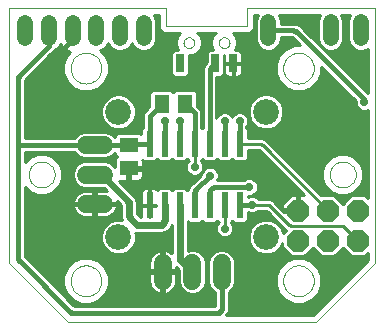
<source format=gbl>
G75*
G70*
%OFA0B0*%
%FSLAX24Y24*%
%IPPOS*%
%LPD*%
%AMOC8*
5,1,8,0,0,1.08239X$1,22.5*
%
%ADD10C,0.0000*%
%ADD11OC8,0.0740*%
%ADD12R,0.0630X0.0512*%
%ADD13C,0.0531*%
%ADD14C,0.0860*%
%ADD15C,0.0591*%
%ADD16R,0.0240X0.0870*%
%ADD17R,0.0512X0.0630*%
%ADD18R,0.0276X0.0591*%
%ADD19C,0.0160*%
%ADD20C,0.0277*%
%ADD21C,0.0100*%
%ADD22C,0.0236*%
D10*
X000150Y002119D02*
X002119Y000150D01*
X010386Y000150D01*
X012355Y002119D01*
X012355Y010622D01*
X008063Y010622D01*
X008063Y010032D01*
X005386Y010032D01*
X005386Y010622D01*
X000150Y010622D01*
X000150Y002119D01*
X002197Y001528D02*
X002199Y001573D01*
X002205Y001617D01*
X002214Y001661D01*
X002228Y001703D01*
X002245Y001744D01*
X002266Y001784D01*
X002290Y001822D01*
X002317Y001857D01*
X002347Y001890D01*
X002380Y001920D01*
X002415Y001947D01*
X002453Y001971D01*
X002493Y001992D01*
X002534Y002009D01*
X002576Y002023D01*
X002620Y002032D01*
X002664Y002038D01*
X002709Y002040D01*
X002754Y002038D01*
X002798Y002032D01*
X002842Y002023D01*
X002884Y002009D01*
X002925Y001992D01*
X002965Y001971D01*
X003003Y001947D01*
X003038Y001920D01*
X003071Y001890D01*
X003101Y001857D01*
X003128Y001822D01*
X003152Y001784D01*
X003173Y001744D01*
X003190Y001703D01*
X003204Y001661D01*
X003213Y001617D01*
X003219Y001573D01*
X003221Y001528D01*
X003219Y001483D01*
X003213Y001439D01*
X003204Y001395D01*
X003190Y001353D01*
X003173Y001312D01*
X003152Y001272D01*
X003128Y001234D01*
X003101Y001199D01*
X003071Y001166D01*
X003038Y001136D01*
X003003Y001109D01*
X002965Y001085D01*
X002925Y001064D01*
X002884Y001047D01*
X002842Y001033D01*
X002798Y001024D01*
X002754Y001018D01*
X002709Y001016D01*
X002664Y001018D01*
X002620Y001024D01*
X002576Y001033D01*
X002534Y001047D01*
X002493Y001064D01*
X002453Y001085D01*
X002415Y001109D01*
X002380Y001136D01*
X002347Y001166D01*
X002317Y001199D01*
X002290Y001234D01*
X002266Y001272D01*
X002245Y001312D01*
X002228Y001353D01*
X002214Y001395D01*
X002205Y001439D01*
X002199Y001483D01*
X002197Y001528D01*
X000800Y005071D02*
X000802Y005112D01*
X000808Y005153D01*
X000818Y005193D01*
X000831Y005232D01*
X000848Y005269D01*
X000869Y005305D01*
X000893Y005339D01*
X000920Y005370D01*
X000949Y005398D01*
X000982Y005424D01*
X001016Y005446D01*
X001053Y005465D01*
X001091Y005480D01*
X001131Y005492D01*
X001171Y005500D01*
X001212Y005504D01*
X001254Y005504D01*
X001295Y005500D01*
X001335Y005492D01*
X001375Y005480D01*
X001413Y005465D01*
X001449Y005446D01*
X001484Y005424D01*
X001517Y005398D01*
X001546Y005370D01*
X001573Y005339D01*
X001597Y005305D01*
X001618Y005269D01*
X001635Y005232D01*
X001648Y005193D01*
X001658Y005153D01*
X001664Y005112D01*
X001666Y005071D01*
X001664Y005030D01*
X001658Y004989D01*
X001648Y004949D01*
X001635Y004910D01*
X001618Y004873D01*
X001597Y004837D01*
X001573Y004803D01*
X001546Y004772D01*
X001517Y004744D01*
X001484Y004718D01*
X001450Y004696D01*
X001413Y004677D01*
X001375Y004662D01*
X001335Y004650D01*
X001295Y004642D01*
X001254Y004638D01*
X001212Y004638D01*
X001171Y004642D01*
X001131Y004650D01*
X001091Y004662D01*
X001053Y004677D01*
X001017Y004696D01*
X000982Y004718D01*
X000949Y004744D01*
X000920Y004772D01*
X000893Y004803D01*
X000869Y004837D01*
X000848Y004873D01*
X000831Y004910D01*
X000818Y004949D01*
X000808Y004989D01*
X000802Y005030D01*
X000800Y005071D01*
X002197Y008615D02*
X002199Y008660D01*
X002205Y008704D01*
X002214Y008748D01*
X002228Y008790D01*
X002245Y008831D01*
X002266Y008871D01*
X002290Y008909D01*
X002317Y008944D01*
X002347Y008977D01*
X002380Y009007D01*
X002415Y009034D01*
X002453Y009058D01*
X002493Y009079D01*
X002534Y009096D01*
X002576Y009110D01*
X002620Y009119D01*
X002664Y009125D01*
X002709Y009127D01*
X002754Y009125D01*
X002798Y009119D01*
X002842Y009110D01*
X002884Y009096D01*
X002925Y009079D01*
X002965Y009058D01*
X003003Y009034D01*
X003038Y009007D01*
X003071Y008977D01*
X003101Y008944D01*
X003128Y008909D01*
X003152Y008871D01*
X003173Y008831D01*
X003190Y008790D01*
X003204Y008748D01*
X003213Y008704D01*
X003219Y008660D01*
X003221Y008615D01*
X003219Y008570D01*
X003213Y008526D01*
X003204Y008482D01*
X003190Y008440D01*
X003173Y008399D01*
X003152Y008359D01*
X003128Y008321D01*
X003101Y008286D01*
X003071Y008253D01*
X003038Y008223D01*
X003003Y008196D01*
X002965Y008172D01*
X002925Y008151D01*
X002884Y008134D01*
X002842Y008120D01*
X002798Y008111D01*
X002754Y008105D01*
X002709Y008103D01*
X002664Y008105D01*
X002620Y008111D01*
X002576Y008120D01*
X002534Y008134D01*
X002493Y008151D01*
X002453Y008172D01*
X002415Y008196D01*
X002380Y008223D01*
X002347Y008253D01*
X002317Y008286D01*
X002290Y008321D01*
X002266Y008359D01*
X002245Y008399D01*
X002228Y008440D01*
X002214Y008482D01*
X002205Y008526D01*
X002199Y008570D01*
X002197Y008615D01*
X005961Y009465D02*
X005963Y009491D01*
X005969Y009517D01*
X005979Y009542D01*
X005992Y009565D01*
X006008Y009585D01*
X006028Y009603D01*
X006050Y009618D01*
X006073Y009630D01*
X006099Y009638D01*
X006125Y009642D01*
X006151Y009642D01*
X006177Y009638D01*
X006203Y009630D01*
X006227Y009618D01*
X006248Y009603D01*
X006268Y009585D01*
X006284Y009565D01*
X006297Y009542D01*
X006307Y009517D01*
X006313Y009491D01*
X006315Y009465D01*
X006313Y009439D01*
X006307Y009413D01*
X006297Y009388D01*
X006284Y009365D01*
X006268Y009345D01*
X006248Y009327D01*
X006226Y009312D01*
X006203Y009300D01*
X006177Y009292D01*
X006151Y009288D01*
X006125Y009288D01*
X006099Y009292D01*
X006073Y009300D01*
X006049Y009312D01*
X006028Y009327D01*
X006008Y009345D01*
X005992Y009365D01*
X005979Y009388D01*
X005969Y009413D01*
X005963Y009439D01*
X005961Y009465D01*
X007142Y009465D02*
X007144Y009491D01*
X007150Y009517D01*
X007160Y009542D01*
X007173Y009565D01*
X007189Y009585D01*
X007209Y009603D01*
X007231Y009618D01*
X007254Y009630D01*
X007280Y009638D01*
X007306Y009642D01*
X007332Y009642D01*
X007358Y009638D01*
X007384Y009630D01*
X007408Y009618D01*
X007429Y009603D01*
X007449Y009585D01*
X007465Y009565D01*
X007478Y009542D01*
X007488Y009517D01*
X007494Y009491D01*
X007496Y009465D01*
X007494Y009439D01*
X007488Y009413D01*
X007478Y009388D01*
X007465Y009365D01*
X007449Y009345D01*
X007429Y009327D01*
X007407Y009312D01*
X007384Y009300D01*
X007358Y009292D01*
X007332Y009288D01*
X007306Y009288D01*
X007280Y009292D01*
X007254Y009300D01*
X007230Y009312D01*
X007209Y009327D01*
X007189Y009345D01*
X007173Y009365D01*
X007160Y009388D01*
X007150Y009413D01*
X007144Y009439D01*
X007142Y009465D01*
X009284Y008615D02*
X009286Y008660D01*
X009292Y008704D01*
X009301Y008748D01*
X009315Y008790D01*
X009332Y008831D01*
X009353Y008871D01*
X009377Y008909D01*
X009404Y008944D01*
X009434Y008977D01*
X009467Y009007D01*
X009502Y009034D01*
X009540Y009058D01*
X009580Y009079D01*
X009621Y009096D01*
X009663Y009110D01*
X009707Y009119D01*
X009751Y009125D01*
X009796Y009127D01*
X009841Y009125D01*
X009885Y009119D01*
X009929Y009110D01*
X009971Y009096D01*
X010012Y009079D01*
X010052Y009058D01*
X010090Y009034D01*
X010125Y009007D01*
X010158Y008977D01*
X010188Y008944D01*
X010215Y008909D01*
X010239Y008871D01*
X010260Y008831D01*
X010277Y008790D01*
X010291Y008748D01*
X010300Y008704D01*
X010306Y008660D01*
X010308Y008615D01*
X010306Y008570D01*
X010300Y008526D01*
X010291Y008482D01*
X010277Y008440D01*
X010260Y008399D01*
X010239Y008359D01*
X010215Y008321D01*
X010188Y008286D01*
X010158Y008253D01*
X010125Y008223D01*
X010090Y008196D01*
X010052Y008172D01*
X010012Y008151D01*
X009971Y008134D01*
X009929Y008120D01*
X009885Y008111D01*
X009841Y008105D01*
X009796Y008103D01*
X009751Y008105D01*
X009707Y008111D01*
X009663Y008120D01*
X009621Y008134D01*
X009580Y008151D01*
X009540Y008172D01*
X009502Y008196D01*
X009467Y008223D01*
X009434Y008253D01*
X009404Y008286D01*
X009377Y008321D01*
X009353Y008359D01*
X009332Y008399D01*
X009315Y008440D01*
X009301Y008482D01*
X009292Y008526D01*
X009286Y008570D01*
X009284Y008615D01*
X010839Y005071D02*
X010841Y005112D01*
X010847Y005153D01*
X010857Y005193D01*
X010870Y005232D01*
X010887Y005269D01*
X010908Y005305D01*
X010932Y005339D01*
X010959Y005370D01*
X010988Y005398D01*
X011021Y005424D01*
X011055Y005446D01*
X011092Y005465D01*
X011130Y005480D01*
X011170Y005492D01*
X011210Y005500D01*
X011251Y005504D01*
X011293Y005504D01*
X011334Y005500D01*
X011374Y005492D01*
X011414Y005480D01*
X011452Y005465D01*
X011488Y005446D01*
X011523Y005424D01*
X011556Y005398D01*
X011585Y005370D01*
X011612Y005339D01*
X011636Y005305D01*
X011657Y005269D01*
X011674Y005232D01*
X011687Y005193D01*
X011697Y005153D01*
X011703Y005112D01*
X011705Y005071D01*
X011703Y005030D01*
X011697Y004989D01*
X011687Y004949D01*
X011674Y004910D01*
X011657Y004873D01*
X011636Y004837D01*
X011612Y004803D01*
X011585Y004772D01*
X011556Y004744D01*
X011523Y004718D01*
X011489Y004696D01*
X011452Y004677D01*
X011414Y004662D01*
X011374Y004650D01*
X011334Y004642D01*
X011293Y004638D01*
X011251Y004638D01*
X011210Y004642D01*
X011170Y004650D01*
X011130Y004662D01*
X011092Y004677D01*
X011056Y004696D01*
X011021Y004718D01*
X010988Y004744D01*
X010959Y004772D01*
X010932Y004803D01*
X010908Y004837D01*
X010887Y004873D01*
X010870Y004910D01*
X010857Y004949D01*
X010847Y004989D01*
X010841Y005030D01*
X010839Y005071D01*
X009284Y001528D02*
X009286Y001573D01*
X009292Y001617D01*
X009301Y001661D01*
X009315Y001703D01*
X009332Y001744D01*
X009353Y001784D01*
X009377Y001822D01*
X009404Y001857D01*
X009434Y001890D01*
X009467Y001920D01*
X009502Y001947D01*
X009540Y001971D01*
X009580Y001992D01*
X009621Y002009D01*
X009663Y002023D01*
X009707Y002032D01*
X009751Y002038D01*
X009796Y002040D01*
X009841Y002038D01*
X009885Y002032D01*
X009929Y002023D01*
X009971Y002009D01*
X010012Y001992D01*
X010052Y001971D01*
X010090Y001947D01*
X010125Y001920D01*
X010158Y001890D01*
X010188Y001857D01*
X010215Y001822D01*
X010239Y001784D01*
X010260Y001744D01*
X010277Y001703D01*
X010291Y001661D01*
X010300Y001617D01*
X010306Y001573D01*
X010308Y001528D01*
X010306Y001483D01*
X010300Y001439D01*
X010291Y001395D01*
X010277Y001353D01*
X010260Y001312D01*
X010239Y001272D01*
X010215Y001234D01*
X010188Y001199D01*
X010158Y001166D01*
X010125Y001136D01*
X010090Y001109D01*
X010052Y001085D01*
X010012Y001064D01*
X009971Y001047D01*
X009929Y001033D01*
X009885Y001024D01*
X009841Y001018D01*
X009796Y001016D01*
X009751Y001018D01*
X009707Y001024D01*
X009663Y001033D01*
X009621Y001047D01*
X009580Y001064D01*
X009540Y001085D01*
X009502Y001109D01*
X009467Y001136D01*
X009434Y001166D01*
X009404Y001199D01*
X009377Y001234D01*
X009353Y001272D01*
X009332Y001312D01*
X009315Y001353D01*
X009301Y001395D01*
X009292Y001439D01*
X009286Y001483D01*
X009284Y001528D01*
D11*
X009776Y002867D03*
X010776Y002867D03*
X011776Y002867D03*
X011776Y003867D03*
X010776Y003867D03*
X009776Y003867D03*
D12*
X004130Y005276D03*
X004130Y006063D03*
D13*
X003843Y009605D02*
X003843Y010136D01*
X003056Y010136D02*
X003056Y009605D01*
X002268Y009605D02*
X002268Y010136D01*
X001481Y010136D02*
X001481Y009605D01*
X000693Y009605D02*
X000693Y010136D01*
X004630Y010136D02*
X004630Y009605D01*
X008784Y009609D02*
X008784Y010140D01*
X010870Y010140D02*
X010870Y009609D01*
X011870Y009609D02*
X011870Y010140D01*
D14*
X008713Y007158D03*
X008713Y002985D03*
X003792Y002985D03*
X003792Y007158D03*
D15*
X003300Y006056D02*
X002709Y006056D01*
X002709Y005071D02*
X003300Y005071D01*
X003300Y004087D02*
X002709Y004087D01*
X005268Y002119D02*
X005268Y001528D01*
X006252Y001528D02*
X006252Y002119D01*
X007237Y002119D02*
X007237Y001528D01*
D16*
X007331Y004046D03*
X006831Y004046D03*
X006331Y004046D03*
X005831Y004046D03*
X005331Y004046D03*
X004831Y004046D03*
X004831Y006096D03*
X005331Y006096D03*
X005831Y006096D03*
X006331Y006096D03*
X006831Y006096D03*
X007331Y006096D03*
X007831Y006096D03*
X007831Y004046D03*
D17*
X006016Y007424D03*
X005229Y007424D03*
D18*
X005843Y008776D03*
X007024Y008776D03*
X007615Y008776D03*
D19*
X007024Y008776D02*
X006889Y008641D01*
X006831Y008502D02*
X006831Y006096D01*
X006331Y006096D02*
X006331Y007109D01*
X006016Y007424D01*
X005831Y006851D02*
X005831Y006096D01*
X005331Y006096D02*
X005331Y006855D01*
X004831Y007026D02*
X004831Y006096D01*
X004130Y006096D01*
X004130Y006063D01*
X003004Y006056D01*
X000540Y006056D01*
X000522Y006058D01*
X000504Y006063D01*
X000488Y006072D01*
X000474Y006084D01*
X000462Y006098D01*
X000453Y006114D01*
X000448Y006132D01*
X000446Y006150D01*
X000445Y006150D02*
X000445Y002318D01*
X000503Y002179D02*
X002179Y000503D01*
X002318Y000445D02*
X007040Y000445D01*
X007066Y000447D01*
X007091Y000452D01*
X007115Y000460D01*
X007139Y000471D01*
X007160Y000486D01*
X007179Y000503D01*
X007196Y000522D01*
X007211Y000543D01*
X007222Y000567D01*
X007230Y000591D01*
X007235Y000616D01*
X007237Y000642D01*
X007237Y001823D01*
X006831Y004046D02*
X006831Y004453D01*
X006833Y004479D01*
X006838Y004504D01*
X006846Y004528D01*
X006857Y004552D01*
X006872Y004573D01*
X006889Y004592D01*
X006908Y004609D01*
X006930Y004624D01*
X006953Y004635D01*
X006977Y004643D01*
X007002Y004648D01*
X007028Y004650D01*
X008150Y004650D01*
X008231Y004067D02*
X008210Y004046D01*
X007831Y004046D01*
X007831Y004086D01*
X006843Y005032D02*
X006389Y004578D01*
X006331Y004439D02*
X006331Y004046D01*
X006331Y004439D02*
X006333Y004465D01*
X006338Y004490D01*
X006346Y004514D01*
X006357Y004538D01*
X006372Y004559D01*
X006389Y004578D01*
X007331Y006096D02*
X007331Y006851D01*
X007831Y006851D02*
X007831Y006096D01*
X005229Y007424D02*
X004831Y007026D01*
X006831Y008502D02*
X006833Y008528D01*
X006838Y008553D01*
X006846Y008577D01*
X006857Y008601D01*
X006872Y008622D01*
X006889Y008641D01*
X008784Y009874D02*
X009596Y009874D01*
X009735Y009817D02*
X011937Y007615D01*
X011936Y007615D02*
X011953Y007597D01*
X011967Y007576D01*
X011978Y007554D01*
X011986Y007530D01*
X011990Y007506D01*
X011992Y007481D01*
X009735Y009817D02*
X009716Y009834D01*
X009695Y009849D01*
X009671Y009860D01*
X009647Y009868D01*
X009622Y009873D01*
X009596Y009875D01*
X002276Y009894D02*
X002276Y009651D01*
X002218Y009512D02*
X001754Y009048D01*
X001423Y009297D02*
X000503Y008377D01*
X000445Y008238D02*
X000445Y006150D01*
X000445Y008238D02*
X000447Y008264D01*
X000452Y008289D01*
X000460Y008313D01*
X000471Y008337D01*
X000486Y008358D01*
X000503Y008377D01*
X001423Y009297D02*
X001440Y009316D01*
X001455Y009337D01*
X001466Y009361D01*
X001474Y009385D01*
X001479Y009410D01*
X001481Y009436D01*
X001481Y009870D01*
X002218Y009512D02*
X002235Y009531D01*
X002250Y009552D01*
X002261Y009576D01*
X002269Y009600D01*
X002274Y009625D01*
X002276Y009651D01*
X000445Y002318D02*
X000447Y002292D01*
X000452Y002267D01*
X000460Y002243D01*
X000471Y002219D01*
X000486Y002198D01*
X000503Y002179D01*
X002179Y000503D02*
X002198Y000486D01*
X002219Y000471D01*
X002243Y000460D01*
X002267Y000452D01*
X002292Y000447D01*
X002318Y000445D01*
D20*
X001370Y001863D03*
X004126Y000839D03*
X007331Y003268D03*
X008231Y004067D03*
X008150Y004650D03*
X007229Y005386D03*
X006843Y005032D03*
X006331Y005323D03*
X005839Y005071D03*
X005004Y005091D03*
X004453Y004737D03*
X005331Y006855D03*
X005831Y006851D03*
X006292Y008142D03*
X007331Y006851D03*
X007831Y006851D03*
X008556Y005563D03*
X010048Y007052D03*
X010579Y006587D03*
X011587Y005859D03*
X011993Y007481D03*
X011374Y009048D03*
X009973Y010233D03*
X008516Y008244D03*
X001754Y009048D03*
X001075Y007040D03*
X008516Y001863D03*
X011685Y001961D03*
D21*
X001947Y001431D02*
X001577Y001431D01*
X001478Y001529D02*
X001947Y001529D01*
X001947Y001628D02*
X001380Y001628D01*
X001281Y001726D02*
X001967Y001726D01*
X001947Y001679D02*
X001947Y001376D01*
X002063Y001096D01*
X002278Y000882D01*
X002558Y000766D01*
X002861Y000766D01*
X003141Y000882D01*
X003355Y001096D01*
X003471Y001376D01*
X003471Y001679D01*
X003355Y001959D01*
X003141Y002174D01*
X002861Y002290D01*
X002558Y002290D01*
X002278Y002174D01*
X002063Y001959D01*
X001947Y001679D01*
X002007Y001825D02*
X001183Y001825D01*
X001084Y001923D02*
X002048Y001923D01*
X002125Y002022D02*
X000986Y002022D01*
X000887Y002120D02*
X002224Y002120D01*
X002385Y002219D02*
X000789Y002219D01*
X000732Y002275D02*
X000675Y002332D01*
X000675Y004663D01*
X000846Y004492D01*
X001097Y004388D01*
X001369Y004388D01*
X001620Y004492D01*
X001812Y004684D01*
X001916Y004935D01*
X001916Y005207D01*
X001812Y005458D01*
X001620Y005650D01*
X001369Y005754D01*
X001097Y005754D01*
X000846Y005650D01*
X000675Y005480D01*
X000675Y005826D01*
X002322Y005826D01*
X002332Y005803D01*
X002457Y005678D01*
X002620Y005610D01*
X003388Y005610D01*
X003552Y005678D01*
X003665Y005792D01*
X003665Y005745D01*
X003746Y005665D01*
X003723Y005652D01*
X003695Y005624D01*
X003676Y005590D01*
X003665Y005552D01*
X003665Y005335D01*
X003552Y005449D01*
X003388Y005517D01*
X002620Y005517D01*
X002457Y005449D01*
X002332Y005323D01*
X002264Y005160D01*
X002264Y004983D01*
X002332Y004819D01*
X002457Y004694D01*
X002620Y004626D01*
X003295Y004626D01*
X003399Y004522D01*
X003335Y004532D01*
X003053Y004532D01*
X003053Y004135D01*
X003743Y004135D01*
X003735Y004186D01*
X003865Y004056D01*
X003865Y004056D01*
X003882Y004039D01*
X003882Y003639D01*
X003914Y003562D01*
X003907Y003565D01*
X003676Y003565D01*
X003463Y003476D01*
X003300Y003313D01*
X003212Y003100D01*
X003212Y002869D01*
X003300Y002656D01*
X003463Y002493D01*
X003676Y002405D01*
X003907Y002405D01*
X004120Y002493D01*
X004283Y002656D01*
X004372Y002869D01*
X004372Y003100D01*
X004359Y003132D01*
X004411Y003110D01*
X005259Y003110D01*
X005475Y003235D01*
X005563Y003388D01*
X005563Y002453D01*
X005558Y002458D01*
X005501Y002499D01*
X005439Y002531D01*
X005372Y002553D01*
X005317Y002562D01*
X005317Y001872D01*
X005713Y001872D01*
X005713Y001983D01*
X005807Y001889D01*
X005807Y001439D01*
X005875Y001276D01*
X006000Y001150D01*
X006164Y001083D01*
X006341Y001083D01*
X006505Y001150D01*
X006630Y001276D01*
X006698Y001439D01*
X006698Y002207D01*
X006630Y002371D01*
X006505Y002496D01*
X006341Y002564D01*
X006164Y002564D01*
X006099Y002537D01*
X006099Y003511D01*
X006149Y003461D01*
X006513Y003461D01*
X006581Y003529D01*
X006649Y003461D01*
X007013Y003461D01*
X007081Y003529D01*
X007131Y003479D01*
X007131Y003476D01*
X007086Y003432D01*
X007042Y003326D01*
X007042Y003211D01*
X007086Y003105D01*
X006099Y003105D01*
X006099Y003007D02*
X007208Y003007D01*
X007168Y003023D02*
X007274Y002979D01*
X007389Y002979D01*
X007495Y003023D01*
X007576Y003105D01*
X008135Y003105D01*
X008133Y003100D02*
X008133Y002869D01*
X008221Y002656D01*
X008384Y002493D01*
X008598Y002405D01*
X008828Y002405D01*
X009042Y002493D01*
X009205Y002656D01*
X009256Y002780D01*
X009256Y002651D01*
X009561Y002347D01*
X009991Y002347D01*
X010276Y002631D01*
X010561Y002347D01*
X010991Y002347D01*
X011276Y002631D01*
X011561Y002347D01*
X011991Y002347D01*
X012105Y002460D01*
X012105Y002222D01*
X010283Y000400D01*
X007393Y000400D01*
X007467Y000528D01*
X007467Y001141D01*
X007489Y001150D01*
X007614Y001276D01*
X007682Y001439D01*
X007682Y002207D01*
X007614Y002371D01*
X007489Y002496D01*
X007325Y002564D01*
X007148Y002564D01*
X006984Y002496D01*
X006859Y002371D01*
X006791Y002207D01*
X006791Y001439D01*
X006859Y001276D01*
X006984Y001150D01*
X007007Y001141D01*
X007007Y000675D01*
X002332Y000675D01*
X002274Y000733D01*
X000732Y002275D01*
X000690Y002317D02*
X004870Y002317D01*
X004855Y002289D02*
X004834Y002223D01*
X004823Y002154D01*
X004823Y001872D01*
X005220Y001872D01*
X005220Y002562D01*
X005164Y002553D01*
X005097Y002531D01*
X005035Y002499D01*
X004978Y002458D01*
X004928Y002409D01*
X004887Y002352D01*
X004855Y002289D01*
X004833Y002219D02*
X003033Y002219D01*
X003194Y002120D02*
X004823Y002120D01*
X004823Y002022D02*
X003293Y002022D01*
X003370Y001923D02*
X004823Y001923D01*
X004823Y001775D02*
X004823Y001493D01*
X004834Y001424D01*
X004855Y001357D01*
X004887Y001295D01*
X004928Y001238D01*
X004978Y001188D01*
X005035Y001147D01*
X005097Y001115D01*
X005164Y001094D01*
X005220Y001085D01*
X005220Y001775D01*
X005317Y001775D01*
X005317Y001872D01*
X005220Y001872D01*
X005220Y001775D01*
X004823Y001775D01*
X004823Y001726D02*
X003452Y001726D01*
X003471Y001628D02*
X004823Y001628D01*
X004823Y001529D02*
X003471Y001529D01*
X003471Y001431D02*
X004833Y001431D01*
X004868Y001332D02*
X003452Y001332D01*
X003412Y001234D02*
X004933Y001234D01*
X005059Y001135D02*
X003371Y001135D01*
X003295Y001037D02*
X007007Y001037D01*
X007007Y001135D02*
X006467Y001135D01*
X006588Y001234D02*
X006901Y001234D01*
X006836Y001332D02*
X006653Y001332D01*
X006694Y001431D02*
X006795Y001431D01*
X006791Y001529D02*
X006698Y001529D01*
X006698Y001628D02*
X006791Y001628D01*
X006791Y001726D02*
X006698Y001726D01*
X006698Y001825D02*
X006791Y001825D01*
X006791Y001923D02*
X006698Y001923D01*
X006698Y002022D02*
X006791Y002022D01*
X006791Y002120D02*
X006698Y002120D01*
X006693Y002219D02*
X006796Y002219D01*
X006837Y002317D02*
X006652Y002317D01*
X006585Y002416D02*
X006904Y002416D01*
X007028Y002514D02*
X006461Y002514D01*
X006099Y002613D02*
X008265Y002613D01*
X008199Y002711D02*
X006099Y002711D01*
X006099Y002810D02*
X008158Y002810D01*
X008133Y002908D02*
X006099Y002908D01*
X006099Y003204D02*
X007045Y003204D01*
X007042Y003302D02*
X006099Y003302D01*
X006099Y003401D02*
X007073Y003401D01*
X007051Y003499D02*
X007111Y003499D01*
X007331Y003268D02*
X007331Y004046D01*
X007581Y003529D02*
X007649Y003461D01*
X008013Y003461D01*
X008101Y003549D01*
X008101Y003809D01*
X008174Y003779D01*
X008289Y003779D01*
X008395Y003823D01*
X008440Y003867D01*
X008709Y003867D01*
X008767Y003810D01*
X009360Y003216D01*
X009364Y003216D01*
X009383Y003209D01*
X009287Y003113D01*
X009205Y003313D01*
X009042Y003476D01*
X008828Y003565D01*
X008598Y003565D01*
X008384Y003476D01*
X008221Y003313D01*
X008133Y003100D01*
X008133Y003007D02*
X007454Y003007D01*
X007576Y003105D02*
X007620Y003211D01*
X007620Y003326D01*
X007576Y003432D01*
X007531Y003476D01*
X007531Y003479D01*
X007581Y003529D01*
X007551Y003499D02*
X007611Y003499D01*
X007589Y003401D02*
X008309Y003401D01*
X008217Y003302D02*
X007620Y003302D01*
X007617Y003204D02*
X008176Y003204D01*
X008051Y003499D02*
X008439Y003499D01*
X008327Y003795D02*
X008782Y003795D01*
X008767Y003810D02*
X008767Y003810D01*
X008849Y004009D02*
X008830Y004026D01*
X008809Y004041D01*
X008785Y004052D01*
X008761Y004060D01*
X008736Y004065D01*
X008710Y004067D01*
X008231Y004067D01*
X008440Y004267D02*
X008395Y004312D01*
X008289Y004356D01*
X008174Y004356D01*
X008101Y004326D01*
X008101Y004361D01*
X008207Y004361D01*
X008314Y004405D01*
X008395Y004486D01*
X008439Y004593D01*
X008439Y004707D01*
X008395Y004814D01*
X008314Y004895D01*
X008207Y004939D01*
X008093Y004939D01*
X007986Y004895D01*
X007972Y004880D01*
X007093Y004880D01*
X007132Y004974D01*
X007132Y005089D01*
X007088Y005195D01*
X007006Y005277D01*
X006900Y005321D01*
X006785Y005321D01*
X006679Y005277D01*
X006598Y005195D01*
X006554Y005089D01*
X006554Y005068D01*
X006288Y004803D01*
X006226Y004740D01*
X006166Y004680D01*
X006159Y004673D01*
X006159Y004663D01*
X006143Y004626D01*
X006081Y004563D01*
X006013Y004631D01*
X005649Y004631D01*
X005581Y004563D01*
X005513Y004631D01*
X005149Y004631D01*
X005078Y004561D01*
X005071Y004573D01*
X005043Y004601D01*
X005009Y004621D01*
X004971Y004631D01*
X004841Y004631D01*
X004841Y004056D01*
X005061Y004056D01*
X005061Y004036D01*
X004841Y004036D01*
X004841Y003646D01*
X004821Y003646D01*
X004821Y004036D01*
X004841Y004036D01*
X004841Y004056D01*
X004821Y004056D01*
X004821Y004036D01*
X004561Y004036D01*
X004561Y003646D01*
X004533Y003646D01*
X004435Y003744D01*
X004418Y003761D01*
X004418Y003785D01*
X004418Y004015D01*
X004418Y004161D01*
X004347Y004332D01*
X004282Y004397D01*
X004244Y004435D01*
X003809Y004870D01*
X004080Y004870D01*
X004080Y005226D01*
X004180Y005226D01*
X004180Y004870D01*
X004465Y004870D01*
X004503Y004880D01*
X004537Y004900D01*
X004565Y004928D01*
X004585Y004962D01*
X004595Y005000D01*
X004595Y005226D01*
X004180Y005226D01*
X004180Y005326D01*
X004595Y005326D01*
X004595Y005552D01*
X004590Y005570D01*
X004649Y005511D01*
X005013Y005511D01*
X005081Y005579D01*
X005149Y005511D01*
X005513Y005511D01*
X005581Y005579D01*
X005649Y005511D01*
X006013Y005511D01*
X006081Y005579D01*
X006130Y005530D01*
X006086Y005487D01*
X006042Y005381D01*
X006042Y005266D01*
X006086Y005160D01*
X006168Y005078D01*
X006274Y005034D01*
X006389Y005034D01*
X006495Y005078D01*
X006576Y005160D01*
X006620Y005266D01*
X006620Y005381D01*
X006576Y005487D01*
X006532Y005530D01*
X006581Y005579D01*
X006649Y005511D01*
X007013Y005511D01*
X007081Y005579D01*
X007149Y005511D01*
X007513Y005511D01*
X007581Y005579D01*
X007649Y005511D01*
X008013Y005511D01*
X008101Y005599D01*
X008101Y005896D01*
X008463Y005896D01*
X009973Y004387D01*
X009824Y004387D01*
X009824Y003915D01*
X009728Y003915D01*
X009728Y004387D01*
X009561Y004387D01*
X009256Y004082D01*
X009256Y003915D01*
X009728Y003915D01*
X009728Y003818D01*
X009324Y003818D01*
X009049Y004093D01*
X008991Y004151D01*
X008935Y004207D01*
X008932Y004210D01*
X008928Y004210D01*
X008796Y004265D01*
X008793Y004267D01*
X008440Y004267D01*
X008420Y004287D02*
X009461Y004287D01*
X009363Y004189D02*
X008953Y004189D01*
X008935Y004207D02*
X008935Y004207D01*
X009049Y004093D02*
X009049Y004093D01*
X009052Y004090D02*
X009264Y004090D01*
X009256Y003992D02*
X009150Y003992D01*
X009249Y003893D02*
X009728Y003893D01*
X009728Y003992D02*
X009824Y003992D01*
X009824Y004090D02*
X009728Y004090D01*
X009728Y004189D02*
X009824Y004189D01*
X009824Y004287D02*
X009728Y004287D01*
X009728Y004386D02*
X009824Y004386D01*
X009876Y004484D02*
X008392Y004484D01*
X008435Y004583D02*
X009777Y004583D01*
X009679Y004681D02*
X008439Y004681D01*
X008409Y004780D02*
X009580Y004780D01*
X009482Y004878D02*
X008330Y004878D01*
X008266Y004386D02*
X009560Y004386D01*
X010047Y004878D02*
X010613Y004878D01*
X010589Y004935D02*
X010693Y004684D01*
X010885Y004492D01*
X011136Y004388D01*
X011408Y004388D01*
X011659Y004492D01*
X011851Y004684D01*
X011955Y004935D01*
X011955Y005207D01*
X011851Y005458D01*
X011659Y005650D01*
X011408Y005754D01*
X011136Y005754D01*
X010885Y005650D01*
X010693Y005458D01*
X010589Y005207D01*
X010589Y004935D01*
X010589Y004977D02*
X009949Y004977D01*
X009850Y005075D02*
X010589Y005075D01*
X010589Y005174D02*
X009752Y005174D01*
X009653Y005272D02*
X010616Y005272D01*
X010657Y005371D02*
X009555Y005371D01*
X009456Y005469D02*
X010704Y005469D01*
X010802Y005568D02*
X009358Y005568D01*
X009259Y005666D02*
X010923Y005666D01*
X011621Y005666D02*
X012105Y005666D01*
X012105Y005568D02*
X011742Y005568D01*
X011840Y005469D02*
X012105Y005469D01*
X012105Y005371D02*
X011887Y005371D01*
X011928Y005272D02*
X012105Y005272D01*
X012105Y005174D02*
X011955Y005174D01*
X011955Y005075D02*
X012105Y005075D01*
X012105Y004977D02*
X011955Y004977D01*
X011931Y004878D02*
X012105Y004878D01*
X012105Y004780D02*
X011891Y004780D01*
X011848Y004681D02*
X012105Y004681D01*
X012105Y004583D02*
X011749Y004583D01*
X011639Y004484D02*
X012105Y004484D01*
X012105Y004386D02*
X011992Y004386D01*
X011991Y004387D02*
X011561Y004387D01*
X011276Y004102D01*
X010991Y004387D01*
X010561Y004387D01*
X010550Y004376D01*
X008687Y006239D01*
X008683Y006239D01*
X008550Y006293D01*
X008548Y006296D01*
X008101Y006296D01*
X008101Y006593D01*
X008061Y006633D01*
X008061Y006672D01*
X008076Y006687D01*
X008120Y006793D01*
X008120Y006908D01*
X008076Y007014D01*
X007995Y007096D01*
X007889Y007140D01*
X007774Y007140D01*
X007668Y007096D01*
X007586Y007014D01*
X007581Y007002D01*
X007576Y007014D01*
X007495Y007096D01*
X007389Y007140D01*
X007274Y007140D01*
X007168Y007096D01*
X007086Y007014D01*
X007061Y006953D01*
X007061Y008331D01*
X007224Y008331D01*
X007312Y008419D01*
X007312Y009038D01*
X007327Y009038D01*
X007327Y008795D01*
X007596Y008795D01*
X007596Y008757D01*
X007633Y008757D01*
X007633Y008331D01*
X007772Y008331D01*
X007810Y008341D01*
X007844Y008361D01*
X007872Y008389D01*
X007892Y008423D01*
X007902Y008461D01*
X007902Y008757D01*
X007633Y008757D01*
X007633Y008795D01*
X007902Y008795D01*
X007902Y009091D01*
X007892Y009129D01*
X007872Y009163D01*
X007844Y009191D01*
X007810Y009211D01*
X007772Y009221D01*
X007680Y009221D01*
X007681Y009223D01*
X007746Y009380D01*
X007746Y009550D01*
X007681Y009707D01*
X007606Y009782D01*
X008113Y009782D01*
X008205Y009820D01*
X008275Y009890D01*
X008313Y009982D01*
X008313Y010372D01*
X008430Y010372D01*
X008368Y010223D01*
X008368Y009526D01*
X008431Y009373D01*
X008548Y009256D01*
X008701Y009193D01*
X008867Y009193D01*
X009019Y009256D01*
X009136Y009373D01*
X009200Y009526D01*
X009200Y009644D01*
X009582Y009644D01*
X009635Y009592D01*
X009850Y009376D01*
X009644Y009376D01*
X009364Y009260D01*
X009150Y009046D01*
X009034Y008766D01*
X009034Y008463D01*
X009150Y008183D01*
X009364Y007969D01*
X009644Y007853D01*
X009947Y007853D01*
X010227Y007969D01*
X010442Y008183D01*
X010557Y008463D01*
X010557Y008669D01*
X011704Y007523D01*
X011704Y007423D01*
X011748Y007317D01*
X011829Y007236D01*
X011935Y007192D01*
X012050Y007192D01*
X012105Y007215D01*
X012105Y004273D01*
X011991Y004387D01*
X012091Y004287D02*
X012105Y004287D01*
X011560Y004386D02*
X010992Y004386D01*
X010905Y004484D02*
X010441Y004484D01*
X010343Y004583D02*
X010795Y004583D01*
X010696Y004681D02*
X010244Y004681D01*
X010146Y004780D02*
X010654Y004780D01*
X010560Y004386D02*
X010540Y004386D01*
X011091Y004287D02*
X011461Y004287D01*
X011363Y004189D02*
X011189Y004189D01*
X010776Y003867D02*
X008604Y006039D01*
X008465Y006096D02*
X007831Y006096D01*
X008101Y005863D02*
X008497Y005863D01*
X008604Y006038D02*
X008585Y006055D01*
X008564Y006070D01*
X008540Y006081D01*
X008516Y006089D01*
X008491Y006094D01*
X008465Y006096D01*
X008638Y006257D02*
X012105Y006257D01*
X012105Y006159D02*
X008767Y006159D01*
X008865Y006060D02*
X012105Y006060D01*
X012105Y005962D02*
X008964Y005962D01*
X009062Y005863D02*
X012105Y005863D01*
X012105Y005765D02*
X009161Y005765D01*
X008891Y005469D02*
X006583Y005469D01*
X006569Y005568D02*
X006593Y005568D01*
X006620Y005371D02*
X008989Y005371D01*
X009088Y005272D02*
X007011Y005272D01*
X007097Y005174D02*
X009186Y005174D01*
X009285Y005075D02*
X007132Y005075D01*
X007132Y004977D02*
X009383Y004977D01*
X008792Y005568D02*
X008069Y005568D01*
X008101Y005666D02*
X008694Y005666D01*
X008595Y005765D02*
X008101Y005765D01*
X007593Y005568D02*
X007569Y005568D01*
X007093Y005568D02*
X007069Y005568D01*
X006675Y005272D02*
X006620Y005272D01*
X006589Y005174D02*
X006582Y005174D01*
X006554Y005075D02*
X006486Y005075D01*
X006462Y004977D02*
X004589Y004977D01*
X004595Y005075D02*
X006176Y005075D01*
X006081Y005174D02*
X004595Y005174D01*
X004595Y005371D02*
X006042Y005371D01*
X006042Y005272D02*
X004180Y005272D01*
X004180Y005174D02*
X004080Y005174D01*
X004080Y005075D02*
X004180Y005075D01*
X004180Y004977D02*
X004080Y004977D01*
X004080Y004878D02*
X004180Y004878D01*
X003998Y004681D02*
X006167Y004681D01*
X006166Y004680D02*
X006166Y004680D01*
X006100Y004583D02*
X006062Y004583D01*
X006265Y004780D02*
X003900Y004780D01*
X004097Y004583D02*
X004600Y004583D01*
X004591Y004573D02*
X004571Y004539D01*
X004561Y004501D01*
X004561Y004056D01*
X004821Y004056D01*
X004821Y004631D01*
X004691Y004631D01*
X004653Y004621D01*
X004619Y004601D01*
X004591Y004573D01*
X004561Y004484D02*
X004195Y004484D01*
X004244Y004435D02*
X004244Y004435D01*
X004294Y004386D02*
X004561Y004386D01*
X004561Y004287D02*
X004366Y004287D01*
X004347Y004332D02*
X004347Y004332D01*
X004407Y004189D02*
X004561Y004189D01*
X004561Y004090D02*
X004418Y004090D01*
X004418Y003992D02*
X004561Y003992D01*
X004561Y003893D02*
X004418Y003893D01*
X004418Y003795D02*
X004561Y003795D01*
X004561Y003696D02*
X004483Y003696D01*
X004821Y003696D02*
X004841Y003696D01*
X004841Y003795D02*
X004821Y003795D01*
X004821Y003893D02*
X004841Y003893D01*
X004841Y003992D02*
X004821Y003992D01*
X004821Y004090D02*
X004841Y004090D01*
X004841Y004189D02*
X004821Y004189D01*
X004821Y004287D02*
X004841Y004287D01*
X004841Y004386D02*
X004821Y004386D01*
X004821Y004484D02*
X004841Y004484D01*
X004841Y004583D02*
X004821Y004583D01*
X005062Y004583D02*
X005100Y004583D01*
X005562Y004583D02*
X005600Y004583D01*
X006364Y004878D02*
X004495Y004878D01*
X004595Y005469D02*
X006079Y005469D01*
X006069Y005568D02*
X006093Y005568D01*
X006331Y005323D02*
X006331Y006096D01*
X006581Y006613D02*
X006601Y006633D01*
X006601Y008597D01*
X006608Y008604D01*
X006659Y008726D01*
X006659Y008736D01*
X006666Y008743D01*
X006666Y008743D01*
X006666Y008743D01*
X006726Y008803D01*
X006736Y008813D01*
X006736Y009133D01*
X006824Y009221D01*
X006959Y009221D01*
X006957Y009223D01*
X006892Y009380D01*
X006892Y009550D01*
X006957Y009707D01*
X007032Y009782D01*
X006425Y009782D01*
X006500Y009707D01*
X006565Y009550D01*
X006565Y009380D01*
X006500Y009223D01*
X006380Y009103D01*
X006223Y009038D01*
X006131Y009038D01*
X006131Y008419D01*
X006043Y008331D01*
X005643Y008331D01*
X005555Y008419D01*
X005555Y009133D01*
X005643Y009221D01*
X005778Y009221D01*
X005776Y009223D01*
X005711Y009380D01*
X005711Y009550D01*
X005776Y009707D01*
X005851Y009782D01*
X005336Y009782D01*
X005245Y009820D01*
X005174Y009890D01*
X005136Y009982D01*
X005136Y010372D01*
X004982Y010372D01*
X004983Y010372D01*
X005046Y010219D01*
X005046Y009522D01*
X004983Y009369D01*
X004866Y009252D01*
X004713Y009189D01*
X004548Y009189D01*
X004395Y009252D01*
X004278Y009369D01*
X004237Y009469D01*
X004195Y009369D01*
X004078Y009252D01*
X003926Y009189D01*
X003760Y009189D01*
X003607Y009252D01*
X003490Y009369D01*
X003449Y009469D01*
X003408Y009369D01*
X003291Y009252D01*
X003190Y009211D01*
X003355Y009046D01*
X003471Y008766D01*
X003471Y008463D01*
X003355Y008183D01*
X003141Y007969D01*
X002861Y007853D01*
X002558Y007853D01*
X002278Y007969D01*
X002063Y008183D01*
X001947Y008463D01*
X001947Y008766D01*
X002063Y009046D01*
X002186Y009169D01*
X002025Y009236D01*
X001862Y009399D01*
X001854Y009419D01*
X001833Y009369D01*
X001716Y009252D01*
X001660Y009229D01*
X001653Y009212D01*
X002082Y009212D01*
X002131Y009114D02*
X001565Y009114D01*
X001586Y009134D02*
X001524Y009072D01*
X000733Y008282D01*
X000675Y008224D01*
X000675Y006286D01*
X002322Y006286D01*
X002332Y006308D01*
X002457Y006433D01*
X002620Y006501D01*
X003388Y006501D01*
X003552Y006433D01*
X003665Y006319D01*
X003665Y006381D01*
X003753Y006469D01*
X004507Y006469D01*
X004561Y006416D01*
X004561Y006593D01*
X004601Y006633D01*
X004601Y007121D01*
X004736Y007256D01*
X004823Y007343D01*
X004823Y007801D01*
X004911Y007889D01*
X005547Y007889D01*
X005622Y007813D01*
X005698Y007889D01*
X006334Y007889D01*
X006422Y007801D01*
X006422Y007343D01*
X006426Y007339D01*
X006561Y007204D01*
X006561Y006633D01*
X006581Y006613D01*
X006561Y006651D02*
X006601Y006651D01*
X006601Y006750D02*
X006561Y006750D01*
X006561Y006848D02*
X006601Y006848D01*
X006601Y006947D02*
X006561Y006947D01*
X006561Y007045D02*
X006601Y007045D01*
X006601Y007144D02*
X006561Y007144D01*
X006523Y007242D02*
X006601Y007242D01*
X006601Y007341D02*
X006425Y007341D01*
X006422Y007439D02*
X006601Y007439D01*
X006601Y007538D02*
X006422Y007538D01*
X006422Y007636D02*
X006601Y007636D01*
X006601Y007735D02*
X006422Y007735D01*
X006390Y007833D02*
X006601Y007833D01*
X006601Y007932D02*
X003051Y007932D01*
X003202Y008030D02*
X006601Y008030D01*
X006601Y008129D02*
X003300Y008129D01*
X003373Y008227D02*
X006601Y008227D01*
X006601Y008326D02*
X003414Y008326D01*
X003455Y008424D02*
X005555Y008424D01*
X005555Y008523D02*
X003471Y008523D01*
X003471Y008621D02*
X005555Y008621D01*
X005555Y008720D02*
X003471Y008720D01*
X003449Y008818D02*
X005555Y008818D01*
X005555Y008917D02*
X003409Y008917D01*
X003368Y009015D02*
X005555Y009015D01*
X005555Y009114D02*
X003287Y009114D01*
X003194Y009212D02*
X003705Y009212D01*
X003549Y009311D02*
X003349Y009311D01*
X003424Y009409D02*
X003474Y009409D01*
X003981Y009212D02*
X004492Y009212D01*
X004337Y009311D02*
X004137Y009311D01*
X004212Y009409D02*
X004261Y009409D01*
X004769Y009212D02*
X005634Y009212D01*
X005740Y009311D02*
X004924Y009311D01*
X004999Y009409D02*
X005711Y009409D01*
X005711Y009508D02*
X005040Y009508D01*
X005046Y009606D02*
X005734Y009606D01*
X005775Y009705D02*
X005046Y009705D01*
X005046Y009803D02*
X005285Y009803D01*
X005170Y009902D02*
X005046Y009902D01*
X005046Y010000D02*
X005136Y010000D01*
X005136Y010099D02*
X005046Y010099D01*
X005046Y010197D02*
X005136Y010197D01*
X005136Y010296D02*
X005014Y010296D01*
X006501Y009705D02*
X006956Y009705D01*
X006915Y009606D02*
X006542Y009606D01*
X006565Y009508D02*
X006892Y009508D01*
X006892Y009409D02*
X006565Y009409D01*
X006537Y009311D02*
X006921Y009311D01*
X006815Y009212D02*
X006489Y009212D01*
X006391Y009114D02*
X006736Y009114D01*
X006736Y009015D02*
X006131Y009015D01*
X006131Y008917D02*
X006736Y008917D01*
X006736Y008818D02*
X006131Y008818D01*
X006131Y008720D02*
X006656Y008720D01*
X006615Y008621D02*
X006131Y008621D01*
X006131Y008523D02*
X006601Y008523D01*
X006601Y008424D02*
X006131Y008424D01*
X005643Y007833D02*
X005602Y007833D01*
X004855Y007833D02*
X000675Y007833D01*
X000675Y007735D02*
X003668Y007735D01*
X003676Y007738D02*
X003463Y007650D01*
X003300Y007486D01*
X003212Y007273D01*
X003212Y007043D01*
X003300Y006829D01*
X003463Y006666D01*
X003676Y006578D01*
X003907Y006578D01*
X004120Y006666D01*
X004283Y006829D01*
X004372Y007043D01*
X004372Y007273D01*
X004283Y007486D01*
X004120Y007650D01*
X003907Y007738D01*
X003676Y007738D01*
X003915Y007735D02*
X004823Y007735D01*
X004823Y007636D02*
X004134Y007636D01*
X004232Y007538D02*
X004823Y007538D01*
X004823Y007439D02*
X004303Y007439D01*
X004344Y007341D02*
X004820Y007341D01*
X004722Y007242D02*
X004372Y007242D01*
X004372Y007144D02*
X004623Y007144D01*
X004601Y007045D02*
X004372Y007045D01*
X004332Y006947D02*
X004601Y006947D01*
X004601Y006848D02*
X004291Y006848D01*
X004204Y006750D02*
X004601Y006750D01*
X004601Y006651D02*
X004084Y006651D01*
X003738Y006454D02*
X003501Y006454D01*
X003629Y006356D02*
X003665Y006356D01*
X003500Y006651D02*
X000675Y006651D01*
X000675Y006553D02*
X004561Y006553D01*
X004561Y006454D02*
X004523Y006454D01*
X003665Y005765D02*
X003638Y005765D01*
X003745Y005666D02*
X003523Y005666D01*
X003670Y005568D02*
X001702Y005568D01*
X001801Y005469D02*
X002506Y005469D01*
X002379Y005371D02*
X001848Y005371D01*
X001889Y005272D02*
X002310Y005272D01*
X002269Y005174D02*
X001916Y005174D01*
X001916Y005075D02*
X002264Y005075D01*
X002266Y004977D02*
X001916Y004977D01*
X001892Y004878D02*
X002307Y004878D01*
X002371Y004780D02*
X001851Y004780D01*
X001808Y004681D02*
X002488Y004681D01*
X002538Y004500D02*
X002476Y004468D01*
X002419Y004427D01*
X002369Y004377D01*
X002328Y004320D01*
X002296Y004258D01*
X002275Y004191D01*
X002266Y004135D01*
X002956Y004135D01*
X002956Y004039D01*
X002266Y004039D01*
X002275Y003983D01*
X002296Y003916D01*
X002328Y003854D01*
X002369Y003797D01*
X002419Y003747D01*
X002476Y003706D01*
X002538Y003674D01*
X002605Y003653D01*
X002674Y003642D01*
X002956Y003642D01*
X002956Y004039D01*
X003053Y004039D01*
X003053Y004135D01*
X002956Y004135D01*
X002956Y004532D01*
X002674Y004532D01*
X002605Y004521D01*
X002538Y004500D01*
X002507Y004484D02*
X001600Y004484D01*
X001710Y004583D02*
X003338Y004583D01*
X003053Y004484D02*
X002956Y004484D01*
X002956Y004386D02*
X003053Y004386D01*
X003053Y004287D02*
X002956Y004287D01*
X002956Y004189D02*
X003053Y004189D01*
X003053Y004090D02*
X003831Y004090D01*
X003743Y004039D02*
X003734Y003983D01*
X003712Y003916D01*
X003680Y003854D01*
X003639Y003797D01*
X003590Y003747D01*
X003533Y003706D01*
X003471Y003674D01*
X003404Y003653D01*
X003335Y003642D01*
X003053Y003642D01*
X003053Y004039D01*
X003743Y004039D01*
X003735Y003992D02*
X003882Y003992D01*
X003882Y003893D02*
X003701Y003893D01*
X003637Y003795D02*
X003882Y003795D01*
X003882Y003696D02*
X003513Y003696D01*
X003518Y003499D02*
X000675Y003499D01*
X000675Y003401D02*
X003387Y003401D01*
X003295Y003302D02*
X000675Y003302D01*
X000675Y003204D02*
X003255Y003204D01*
X003214Y003105D02*
X000675Y003105D01*
X000675Y003007D02*
X003212Y003007D01*
X003212Y002908D02*
X000675Y002908D01*
X000675Y002810D02*
X003236Y002810D01*
X003277Y002711D02*
X000675Y002711D01*
X000675Y002613D02*
X003344Y002613D01*
X003442Y002514D02*
X000675Y002514D01*
X000675Y002416D02*
X003650Y002416D01*
X003933Y002416D02*
X004935Y002416D01*
X005064Y002514D02*
X004141Y002514D01*
X004240Y002613D02*
X005563Y002613D01*
X005563Y002711D02*
X004306Y002711D01*
X004347Y002810D02*
X005563Y002810D01*
X005563Y002908D02*
X004372Y002908D01*
X004372Y003007D02*
X005563Y003007D01*
X005563Y003105D02*
X004370Y003105D01*
X003899Y003598D02*
X000675Y003598D01*
X000675Y003696D02*
X002496Y003696D01*
X002372Y003795D02*
X000675Y003795D01*
X000675Y003893D02*
X002308Y003893D01*
X002273Y003992D02*
X000675Y003992D01*
X000675Y004090D02*
X002956Y004090D01*
X002956Y003992D02*
X003053Y003992D01*
X003053Y003893D02*
X002956Y003893D01*
X002956Y003795D02*
X003053Y003795D01*
X003053Y003696D02*
X002956Y003696D01*
X002274Y004189D02*
X000675Y004189D01*
X000675Y004287D02*
X002311Y004287D01*
X002378Y004386D02*
X000675Y004386D01*
X000675Y004484D02*
X000865Y004484D01*
X000755Y004583D02*
X000675Y004583D01*
X000675Y005568D02*
X000763Y005568D01*
X000675Y005666D02*
X000884Y005666D01*
X000675Y005765D02*
X002370Y005765D01*
X002486Y005666D02*
X001582Y005666D01*
X002379Y006356D02*
X000675Y006356D01*
X000675Y006454D02*
X002508Y006454D01*
X003212Y007045D02*
X000675Y007045D01*
X000675Y006947D02*
X003251Y006947D01*
X003292Y006848D02*
X000675Y006848D01*
X000675Y006750D02*
X003380Y006750D01*
X003212Y007144D02*
X000675Y007144D01*
X000675Y007242D02*
X003212Y007242D01*
X003240Y007341D02*
X000675Y007341D01*
X000675Y007439D02*
X003280Y007439D01*
X003351Y007538D02*
X000675Y007538D01*
X000675Y007636D02*
X003450Y007636D01*
X002367Y007932D02*
X000675Y007932D01*
X000675Y008030D02*
X002216Y008030D01*
X002118Y008129D02*
X000675Y008129D01*
X000678Y008227D02*
X002045Y008227D01*
X002004Y008326D02*
X000777Y008326D01*
X000875Y008424D02*
X001963Y008424D01*
X001947Y008523D02*
X000974Y008523D01*
X001072Y008621D02*
X001947Y008621D01*
X001947Y008720D02*
X001171Y008720D01*
X001269Y008818D02*
X001969Y008818D01*
X002010Y008917D02*
X001368Y008917D01*
X001466Y009015D02*
X002050Y009015D01*
X001950Y009311D02*
X001774Y009311D01*
X001850Y009409D02*
X001857Y009409D01*
X001653Y009212D02*
X001653Y009202D01*
X001646Y009194D01*
X001646Y009194D01*
X001586Y009134D01*
X004591Y005568D02*
X004593Y005568D01*
X005069Y005568D02*
X005093Y005568D01*
X005569Y005568D02*
X005593Y005568D01*
X007061Y007045D02*
X007117Y007045D01*
X007061Y007144D02*
X008133Y007144D01*
X008133Y007242D02*
X007061Y007242D01*
X007061Y007341D02*
X008161Y007341D01*
X008133Y007273D02*
X008133Y007043D01*
X008221Y006829D01*
X008384Y006666D01*
X008598Y006578D01*
X008828Y006578D01*
X009042Y006666D01*
X009205Y006829D01*
X009293Y007043D01*
X009293Y007273D01*
X009205Y007486D01*
X009042Y007650D01*
X008828Y007738D01*
X008598Y007738D01*
X008384Y007650D01*
X008221Y007486D01*
X008133Y007273D01*
X008202Y007439D02*
X007061Y007439D01*
X007061Y007538D02*
X008272Y007538D01*
X008371Y007636D02*
X007061Y007636D01*
X007061Y007735D02*
X008590Y007735D01*
X008836Y007735D02*
X011492Y007735D01*
X011394Y007833D02*
X007061Y007833D01*
X007061Y007932D02*
X009454Y007932D01*
X009303Y008030D02*
X007061Y008030D01*
X007061Y008129D02*
X009204Y008129D01*
X009132Y008227D02*
X007061Y008227D01*
X007061Y008326D02*
X009091Y008326D01*
X009050Y008424D02*
X007892Y008424D01*
X007902Y008523D02*
X009034Y008523D01*
X009034Y008621D02*
X007902Y008621D01*
X007902Y008720D02*
X009034Y008720D01*
X009055Y008818D02*
X007902Y008818D01*
X007902Y008917D02*
X009096Y008917D01*
X009137Y009015D02*
X007902Y009015D01*
X007896Y009114D02*
X009217Y009114D01*
X009316Y009212D02*
X008913Y009212D01*
X009074Y009311D02*
X009485Y009311D01*
X009719Y009508D02*
X009192Y009508D01*
X009200Y009606D02*
X009621Y009606D01*
X009818Y009409D02*
X009151Y009409D01*
X008655Y009212D02*
X007807Y009212D01*
X007718Y009311D02*
X008494Y009311D01*
X008417Y009409D02*
X007746Y009409D01*
X007746Y009508D02*
X008376Y009508D01*
X008368Y009606D02*
X007723Y009606D01*
X007682Y009705D02*
X008368Y009705D01*
X008368Y009803D02*
X008164Y009803D01*
X008280Y009902D02*
X008368Y009902D01*
X008368Y010000D02*
X008313Y010000D01*
X008313Y010099D02*
X008368Y010099D01*
X008368Y010197D02*
X008313Y010197D01*
X008313Y010296D02*
X008398Y010296D01*
X009138Y010372D02*
X009200Y010223D01*
X009200Y010104D01*
X009691Y010104D01*
X009699Y010097D01*
X009820Y010047D01*
X009830Y010047D01*
X009838Y010039D01*
X009838Y010039D01*
X009898Y009979D01*
X009960Y009917D01*
X012032Y007845D01*
X012099Y007778D01*
X012105Y007773D01*
X012105Y009256D01*
X011953Y009193D01*
X011788Y009193D01*
X011635Y009256D01*
X011518Y009373D01*
X011455Y009526D01*
X011455Y010223D01*
X011517Y010372D01*
X011224Y010372D01*
X011286Y010223D01*
X011286Y009526D01*
X011223Y009373D01*
X011106Y009256D01*
X010953Y009193D01*
X010788Y009193D01*
X010635Y009256D01*
X010518Y009373D01*
X010455Y009526D01*
X010455Y010223D01*
X010517Y010372D01*
X009138Y010372D01*
X009170Y010296D02*
X010485Y010296D01*
X010455Y010197D02*
X009200Y010197D01*
X009697Y010099D02*
X010455Y010099D01*
X010455Y010000D02*
X009877Y010000D01*
X009976Y009902D02*
X010455Y009902D01*
X010455Y009803D02*
X010074Y009803D01*
X010173Y009705D02*
X010455Y009705D01*
X010455Y009606D02*
X010271Y009606D01*
X010370Y009508D02*
X010462Y009508D01*
X010468Y009409D02*
X010503Y009409D01*
X010567Y009311D02*
X010581Y009311D01*
X010665Y009212D02*
X010742Y009212D01*
X010764Y009114D02*
X012105Y009114D01*
X012105Y009212D02*
X011999Y009212D01*
X012105Y009015D02*
X010862Y009015D01*
X010961Y008917D02*
X012105Y008917D01*
X012105Y008818D02*
X011059Y008818D01*
X011158Y008720D02*
X012105Y008720D01*
X012105Y008621D02*
X011256Y008621D01*
X011355Y008523D02*
X012105Y008523D01*
X012105Y008424D02*
X011453Y008424D01*
X011552Y008326D02*
X012105Y008326D01*
X012105Y008227D02*
X011650Y008227D01*
X011749Y008129D02*
X012105Y008129D01*
X012105Y008030D02*
X011847Y008030D01*
X011946Y007932D02*
X012105Y007932D01*
X012105Y007833D02*
X012044Y007833D01*
X011689Y007538D02*
X009154Y007538D01*
X009224Y007439D02*
X011704Y007439D01*
X011738Y007341D02*
X009265Y007341D01*
X009293Y007242D02*
X011823Y007242D01*
X012105Y007144D02*
X009293Y007144D01*
X009293Y007045D02*
X012105Y007045D01*
X012105Y006947D02*
X009253Y006947D01*
X009212Y006848D02*
X012105Y006848D01*
X012105Y006750D02*
X009125Y006750D01*
X009005Y006651D02*
X012105Y006651D01*
X012105Y006553D02*
X008101Y006553D01*
X008101Y006454D02*
X012105Y006454D01*
X012105Y006356D02*
X008101Y006356D01*
X008061Y006651D02*
X008421Y006651D01*
X008301Y006750D02*
X008102Y006750D01*
X008120Y006848D02*
X008214Y006848D01*
X008173Y006947D02*
X008104Y006947D01*
X008133Y007045D02*
X008045Y007045D01*
X007617Y007045D02*
X007545Y007045D01*
X007596Y008331D02*
X007457Y008331D01*
X007419Y008341D01*
X007385Y008361D01*
X007357Y008389D01*
X007337Y008423D01*
X007327Y008461D01*
X007327Y008757D01*
X007596Y008757D01*
X007596Y008331D01*
X007596Y008424D02*
X007633Y008424D01*
X007633Y008523D02*
X007596Y008523D01*
X007596Y008621D02*
X007633Y008621D01*
X007633Y008720D02*
X007596Y008720D01*
X007327Y008720D02*
X007312Y008720D01*
X007312Y008818D02*
X007327Y008818D01*
X007327Y008917D02*
X007312Y008917D01*
X007312Y009015D02*
X007327Y009015D01*
X007312Y008621D02*
X007327Y008621D01*
X007327Y008523D02*
X007312Y008523D01*
X007312Y008424D02*
X007337Y008424D01*
X009055Y007636D02*
X011591Y007636D01*
X011295Y007932D02*
X010137Y007932D01*
X010288Y008030D02*
X011197Y008030D01*
X011098Y008129D02*
X010387Y008129D01*
X010460Y008227D02*
X011000Y008227D01*
X010901Y008326D02*
X010501Y008326D01*
X010541Y008424D02*
X010803Y008424D01*
X010704Y008523D02*
X010557Y008523D01*
X010557Y008621D02*
X010606Y008621D01*
X010999Y009212D02*
X011742Y009212D01*
X011581Y009311D02*
X011160Y009311D01*
X011238Y009409D02*
X011503Y009409D01*
X011462Y009508D02*
X011279Y009508D01*
X011286Y009606D02*
X011455Y009606D01*
X011455Y009705D02*
X011286Y009705D01*
X011286Y009803D02*
X011455Y009803D01*
X011455Y009902D02*
X011286Y009902D01*
X011286Y010000D02*
X011455Y010000D01*
X011455Y010099D02*
X011286Y010099D01*
X011286Y010197D02*
X011455Y010197D01*
X011485Y010296D02*
X011256Y010296D01*
X008849Y004010D02*
X009443Y003416D01*
X009582Y003359D02*
X011202Y003359D01*
X011342Y003301D02*
X011776Y002867D01*
X011393Y002514D02*
X011159Y002514D01*
X011257Y002613D02*
X011295Y002613D01*
X011492Y002416D02*
X011060Y002416D01*
X010492Y002416D02*
X010060Y002416D01*
X010159Y002514D02*
X010393Y002514D01*
X010295Y002613D02*
X010257Y002613D01*
X010227Y002174D02*
X009947Y002290D01*
X009644Y002290D01*
X009364Y002174D01*
X009150Y001959D01*
X009034Y001679D01*
X009034Y001376D01*
X009150Y001096D01*
X009364Y000882D01*
X009644Y000766D01*
X009947Y000766D01*
X010227Y000882D01*
X010442Y001096D01*
X010557Y001376D01*
X010557Y001679D01*
X010442Y001959D01*
X010227Y002174D01*
X010281Y002120D02*
X012003Y002120D01*
X012101Y002219D02*
X010119Y002219D01*
X010379Y002022D02*
X011904Y002022D01*
X011806Y001923D02*
X010457Y001923D01*
X010497Y001825D02*
X011707Y001825D01*
X011609Y001726D02*
X010538Y001726D01*
X010557Y001628D02*
X011510Y001628D01*
X011412Y001529D02*
X010557Y001529D01*
X010557Y001431D02*
X011313Y001431D01*
X011215Y001332D02*
X010539Y001332D01*
X010498Y001234D02*
X011116Y001234D01*
X011018Y001135D02*
X010457Y001135D01*
X010382Y001037D02*
X010919Y001037D01*
X010821Y000938D02*
X010283Y000938D01*
X010124Y000840D02*
X010722Y000840D01*
X010624Y000741D02*
X007467Y000741D01*
X007467Y000643D02*
X010525Y000643D01*
X010427Y000544D02*
X007467Y000544D01*
X007419Y000446D02*
X010328Y000446D01*
X009467Y000840D02*
X007467Y000840D01*
X007467Y000938D02*
X009308Y000938D01*
X009210Y001037D02*
X007467Y001037D01*
X007467Y001135D02*
X009134Y001135D01*
X009093Y001234D02*
X007572Y001234D01*
X007637Y001332D02*
X009052Y001332D01*
X009034Y001431D02*
X007678Y001431D01*
X007682Y001529D02*
X009034Y001529D01*
X009034Y001628D02*
X007682Y001628D01*
X007682Y001726D02*
X009053Y001726D01*
X009094Y001825D02*
X007682Y001825D01*
X007682Y001923D02*
X009135Y001923D01*
X009212Y002022D02*
X007682Y002022D01*
X007682Y002120D02*
X009310Y002120D01*
X009472Y002219D02*
X007677Y002219D01*
X007636Y002317D02*
X012105Y002317D01*
X012105Y002416D02*
X012060Y002416D01*
X011341Y003301D02*
X011322Y003318D01*
X011301Y003333D01*
X011277Y003344D01*
X011253Y003352D01*
X011228Y003357D01*
X011202Y003359D01*
X009582Y003359D02*
X009556Y003361D01*
X009531Y003366D01*
X009507Y003374D01*
X009483Y003385D01*
X009462Y003400D01*
X009443Y003417D01*
X009274Y003302D02*
X009209Y003302D01*
X009176Y003401D02*
X009117Y003401D01*
X009077Y003499D02*
X008987Y003499D01*
X008979Y003598D02*
X008101Y003598D01*
X008101Y003696D02*
X008880Y003696D01*
X009250Y003204D02*
X009378Y003204D01*
X009256Y002711D02*
X009227Y002711D01*
X009161Y002613D02*
X009295Y002613D01*
X009393Y002514D02*
X009063Y002514D01*
X008855Y002416D02*
X009492Y002416D01*
X008571Y002416D02*
X007569Y002416D01*
X007445Y002514D02*
X008363Y002514D01*
X007168Y003023D02*
X007086Y003105D01*
X006611Y003499D02*
X006551Y003499D01*
X006111Y003499D02*
X006099Y003499D01*
X005563Y003302D02*
X005513Y003302D01*
X005475Y003235D02*
X005475Y003235D01*
X005475Y003235D01*
X005420Y003204D02*
X005563Y003204D01*
X005563Y002514D02*
X005473Y002514D01*
X005317Y002514D02*
X005220Y002514D01*
X005220Y002416D02*
X005317Y002416D01*
X005317Y002317D02*
X005220Y002317D01*
X005220Y002219D02*
X005317Y002219D01*
X005317Y002120D02*
X005220Y002120D01*
X005220Y002022D02*
X005317Y002022D01*
X005317Y001923D02*
X005220Y001923D01*
X005220Y001825D02*
X003411Y001825D01*
X003196Y000938D02*
X007007Y000938D01*
X007007Y000840D02*
X003038Y000840D01*
X002380Y000840D02*
X002168Y000840D01*
X002222Y000938D02*
X002069Y000938D01*
X002123Y001037D02*
X001971Y001037D01*
X002047Y001135D02*
X001872Y001135D01*
X001774Y001234D02*
X002006Y001234D01*
X001966Y001332D02*
X001675Y001332D01*
X002266Y000741D02*
X007007Y000741D01*
X006037Y001135D02*
X005478Y001135D01*
X005501Y001147D02*
X005558Y001188D01*
X005608Y001238D01*
X005649Y001295D01*
X005681Y001357D01*
X005702Y001424D01*
X005713Y001493D01*
X005713Y001775D01*
X005317Y001775D01*
X005317Y001085D01*
X005372Y001094D01*
X005439Y001115D01*
X005501Y001147D01*
X005603Y001234D02*
X005917Y001234D01*
X005852Y001332D02*
X005668Y001332D01*
X005704Y001431D02*
X005811Y001431D01*
X005807Y001529D02*
X005713Y001529D01*
X005713Y001628D02*
X005807Y001628D01*
X005807Y001726D02*
X005713Y001726D01*
X005807Y001825D02*
X005317Y001825D01*
X005317Y001726D02*
X005220Y001726D01*
X005220Y001628D02*
X005317Y001628D01*
X005317Y001529D02*
X005220Y001529D01*
X005220Y001431D02*
X005317Y001431D01*
X005317Y001332D02*
X005220Y001332D01*
X005220Y001234D02*
X005317Y001234D01*
X005317Y001135D02*
X005220Y001135D01*
X005713Y001923D02*
X005773Y001923D01*
X008101Y003795D02*
X008135Y003795D01*
X003665Y005371D02*
X003630Y005371D01*
X003665Y005469D02*
X003503Y005469D01*
D22*
X003286Y005014D02*
X004092Y004208D01*
X004150Y004068D02*
X004150Y003732D01*
X004208Y003592D02*
X004364Y003436D01*
X004503Y003378D02*
X005134Y003378D01*
X005160Y003380D01*
X005185Y003385D01*
X005209Y003393D01*
X005233Y003404D01*
X005254Y003419D01*
X005273Y003436D01*
X005290Y003455D01*
X005305Y003476D01*
X005316Y003500D01*
X005324Y003524D01*
X005329Y003549D01*
X005331Y003575D01*
X005331Y004046D01*
X005831Y004046D02*
X005831Y002326D01*
X005889Y002187D02*
X006252Y001823D01*
X005889Y002187D02*
X005872Y002206D01*
X005857Y002227D01*
X005846Y002251D01*
X005838Y002275D01*
X005833Y002300D01*
X005831Y002326D01*
X004503Y003378D02*
X004477Y003380D01*
X004452Y003385D01*
X004428Y003393D01*
X004404Y003404D01*
X004383Y003419D01*
X004364Y003436D01*
X004208Y003593D02*
X004191Y003612D01*
X004176Y003633D01*
X004165Y003657D01*
X004157Y003681D01*
X004152Y003706D01*
X004150Y003732D01*
X004150Y004068D02*
X004148Y004094D01*
X004143Y004119D01*
X004135Y004143D01*
X004124Y004167D01*
X004109Y004188D01*
X004092Y004207D01*
X003286Y005013D02*
X003267Y005030D01*
X003246Y005045D01*
X003222Y005056D01*
X003198Y005064D01*
X003173Y005069D01*
X003147Y005071D01*
X003004Y005071D01*
M02*

</source>
